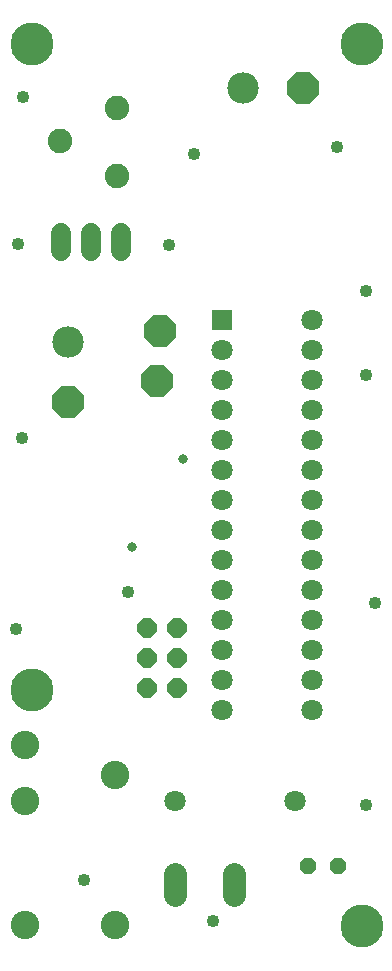
<source format=gbs>
G75*
%MOIN*%
%OFA0B0*%
%FSLAX25Y25*%
%IPPOS*%
%LPD*%
%AMOC8*
5,1,8,0,0,1.08239X$1,22.5*
%
%ADD10C,0.10500*%
%ADD11OC8,0.10500*%
%ADD12C,0.07550*%
%ADD13C,0.08177*%
%ADD14OC8,0.05300*%
%ADD15C,0.09500*%
%ADD16R,0.07100X0.07100*%
%ADD17C,0.07100*%
%ADD18OC8,0.06500*%
%ADD19C,0.06500*%
%ADD20C,0.04262*%
%ADD21C,0.03200*%
%ADD22C,0.14343*%
D10*
X0026049Y0207746D03*
X0084216Y0292617D03*
D11*
X0104216Y0292617D03*
X0056475Y0211385D03*
X0055711Y0194622D03*
X0026049Y0187746D03*
D12*
X0061603Y0030407D02*
X0061603Y0023357D01*
X0081288Y0023357D02*
X0081288Y0030407D01*
D13*
X0042107Y0262981D03*
X0042107Y0285816D03*
X0023209Y0274792D03*
D14*
X0105755Y0033214D03*
X0115755Y0033214D03*
D15*
X0011682Y0013417D03*
X0011682Y0054917D03*
X0011682Y0073417D03*
X0041682Y0063417D03*
X0041682Y0013417D03*
D16*
X0077272Y0215150D03*
D17*
X0077272Y0205150D03*
X0077272Y0195150D03*
X0077272Y0185150D03*
X0077272Y0175150D03*
X0077272Y0165150D03*
X0077272Y0155150D03*
X0077272Y0145150D03*
X0077272Y0135150D03*
X0077272Y0125150D03*
X0077272Y0115150D03*
X0077272Y0105150D03*
X0077272Y0095150D03*
X0077272Y0085150D03*
X0061459Y0054661D03*
X0101459Y0054661D03*
X0107272Y0085150D03*
X0107272Y0095150D03*
X0107272Y0105150D03*
X0107272Y0115150D03*
X0107272Y0125150D03*
X0107272Y0135150D03*
X0107272Y0145150D03*
X0107272Y0155150D03*
X0107272Y0165150D03*
X0107272Y0175150D03*
X0107272Y0185150D03*
X0107272Y0195150D03*
X0107272Y0205150D03*
X0107272Y0215150D03*
D18*
X0062128Y0112323D03*
X0062128Y0102323D03*
X0062128Y0092323D03*
X0052128Y0092323D03*
X0052128Y0102323D03*
X0052128Y0112323D03*
D19*
X0043463Y0237975D02*
X0043463Y0243975D01*
X0033463Y0243975D02*
X0033463Y0237975D01*
X0023463Y0237975D02*
X0023463Y0243975D01*
D20*
X0009133Y0240309D03*
X0010799Y0289305D03*
X0010466Y0175649D03*
X0008466Y0111989D03*
X0031130Y0028331D03*
X0045796Y0124321D03*
X0074126Y0014665D03*
X0125121Y0053328D03*
X0128121Y0120655D03*
X0125121Y0196647D03*
X0125121Y0224644D03*
X0115455Y0272640D03*
X0067793Y0270306D03*
X0059461Y0239976D03*
D21*
X0064127Y0168650D03*
X0047129Y0139320D03*
D22*
X0013799Y0091658D03*
X0013799Y0306969D03*
X0123788Y0306969D03*
X0123788Y0012999D03*
M02*

</source>
